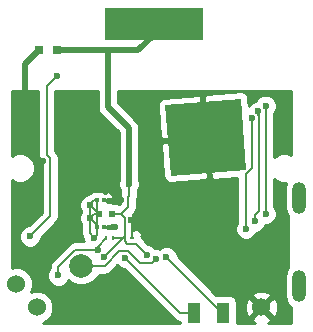
<source format=gbl>
G04 #@! TF.FileFunction,Copper,L2,Bot,Signal*
%FSLAX46Y46*%
G04 Gerber Fmt 4.6, Leading zero omitted, Abs format (unit mm)*
G04 Created by KiCad (PCBNEW 4.0.5+dfsg1-4) date Sat Mar 31 12:22:37 2018*
%MOMM*%
%LPD*%
G01*
G04 APERTURE LIST*
%ADD10C,0.100000*%
%ADD11R,1.000000X1.800000*%
%ADD12R,0.600000X0.500000*%
%ADD13R,0.300000X0.350000*%
%ADD14R,0.280000X0.430000*%
%ADD15R,0.430000X0.280000*%
%ADD16R,0.800000X0.750000*%
%ADD17O,1.200000X2.700000*%
%ADD18R,8.300000X2.750000*%
%ADD19C,1.524000*%
%ADD20C,2.000000*%
%ADD21C,0.600000*%
%ADD22C,0.500000*%
%ADD23C,0.177800*%
%ADD24C,0.254000*%
G04 APERTURE END LIST*
D10*
D11*
X112876000Y-84876000D03*
X115376000Y-84876000D03*
D12*
X104898000Y-76494000D03*
X105998000Y-76494000D03*
D13*
X104728000Y-75351000D03*
X105288000Y-75351000D03*
X104702000Y-77637000D03*
X105262000Y-77637000D03*
D14*
X106004000Y-78526000D03*
X105484000Y-78526000D03*
D15*
X107649000Y-79040000D03*
X107649000Y-78520000D03*
D16*
X101287000Y-62651000D03*
X99787000Y-62651000D03*
D17*
X121800000Y-82600000D03*
X121800000Y-75100000D03*
D10*
G36*
X110945242Y-73241821D02*
X110474487Y-67260317D01*
X116854758Y-66758179D01*
X117325513Y-72739683D01*
X110945242Y-73241821D01*
X110945242Y-73241821D01*
G37*
D18*
X109500000Y-60400000D03*
D19*
X99600000Y-84400000D03*
X97870000Y-82400000D03*
X118600000Y-84400000D03*
D20*
X103350000Y-80900000D03*
D21*
X116793000Y-81320000D03*
X107268000Y-66715000D03*
X102696000Y-66334000D03*
X101426000Y-83098000D03*
X98632000Y-66715000D03*
X111459000Y-67604000D03*
X99775000Y-80050000D03*
X106125000Y-77637000D03*
X106760000Y-75351000D03*
X115142000Y-67477000D03*
X116031000Y-77002000D03*
X98759000Y-76875000D03*
X100156000Y-72049000D03*
X101870519Y-75085707D03*
X115269000Y-74135200D03*
X115269000Y-72430000D03*
X107600000Y-77000000D03*
X108919000Y-80010000D03*
X107395000Y-73954000D03*
X105283300Y-80100800D03*
X110570000Y-80177000D03*
X107072454Y-80214286D03*
X101426000Y-81701000D03*
X104753400Y-79516600D03*
X118970552Y-67335422D03*
X118974981Y-76489728D03*
X118358989Y-67816011D03*
X118063000Y-77129000D03*
X117809000Y-68366000D03*
X117301000Y-77750000D03*
X101299000Y-64810000D03*
X99013000Y-78399000D03*
X104093000Y-76821200D03*
X104093000Y-75732000D03*
X104474000Y-78526000D03*
X109681000Y-80304000D03*
D22*
X98632000Y-66715000D02*
X98632000Y-63781000D01*
D23*
X99762000Y-62651000D02*
X99787000Y-62651000D01*
D22*
X98632000Y-63781000D02*
X99762000Y-62651000D01*
D23*
X101426000Y-83098000D02*
X99775000Y-81447000D01*
X99775000Y-81447000D02*
X99775000Y-80050000D01*
X99812000Y-62651000D02*
X99787000Y-62651000D01*
X98632000Y-66715000D02*
X98632000Y-70525000D01*
X98632000Y-70525000D02*
X100156000Y-72049000D01*
X116031000Y-77002000D02*
X116031000Y-74897200D01*
X116031000Y-74897200D02*
X115269000Y-74135200D01*
X107649000Y-78520000D02*
X107649000Y-77049000D01*
X107649000Y-77049000D02*
X107600000Y-77000000D01*
X101870519Y-77954481D02*
X99775000Y-80050000D01*
X101870519Y-75085707D02*
X101870519Y-77954481D01*
X113237000Y-69337000D02*
X113900000Y-70000000D01*
X105262000Y-77637000D02*
X106125000Y-77637000D01*
X106379000Y-75351000D02*
X106760000Y-75351000D01*
X105288000Y-75351000D02*
X106379000Y-75351000D01*
X115269000Y-74208000D02*
X115269000Y-74135200D01*
X114844736Y-72430000D02*
X115269000Y-72430000D01*
X108919000Y-80010000D02*
X108041800Y-79132800D01*
X108041800Y-79132800D02*
X108041800Y-79040000D01*
X108919000Y-79917200D02*
X108919000Y-79958401D01*
X107649000Y-79040000D02*
X108041800Y-79040000D01*
X107649000Y-79040000D02*
X107256200Y-79040000D01*
X107033299Y-78817099D02*
X107033299Y-78350801D01*
X107256200Y-79040000D02*
X107033299Y-78817099D01*
D22*
X101287000Y-62651000D02*
X105617000Y-62651000D01*
X105617000Y-62651000D02*
X108149000Y-62651000D01*
X105617000Y-67451610D02*
X105617000Y-62651000D01*
X107395000Y-69229610D02*
X105617000Y-67451610D01*
X107395000Y-73954000D02*
X107395000Y-69229610D01*
D23*
X107395000Y-73954000D02*
X107395000Y-75010684D01*
X107395000Y-75010684D02*
X107326701Y-75078983D01*
X107326701Y-75078983D02*
X107326701Y-75926581D01*
X107326701Y-75926581D02*
X106759282Y-76494000D01*
X105736515Y-79647585D02*
X105583299Y-79800801D01*
X105583299Y-79800801D02*
X105283300Y-80100800D01*
X101287000Y-62651000D02*
X101864800Y-62651000D01*
X105998000Y-76494000D02*
X106759282Y-76494000D01*
X106759282Y-76494000D02*
X107013282Y-76748000D01*
X105283300Y-80100800D02*
X106858100Y-78526000D01*
X106858100Y-78526000D02*
X107033299Y-78350801D01*
X106004000Y-78526000D02*
X106858100Y-78526000D01*
D22*
X108149000Y-62651000D02*
X109500000Y-61300000D01*
D23*
X107013282Y-76748000D02*
X107033299Y-76727983D01*
X107033299Y-78350801D02*
X107033299Y-77272017D01*
X107033299Y-77272017D02*
X107033299Y-76727983D01*
X109414000Y-61254000D02*
X109420000Y-61260000D01*
X110570000Y-80177000D02*
X115269000Y-84876000D01*
X115269000Y-84876000D02*
X115376000Y-84876000D01*
X111734168Y-84876000D02*
X107072454Y-80214286D01*
X112876000Y-84876000D02*
X111734168Y-84876000D01*
X101426000Y-80949282D02*
X101426000Y-81701000D01*
X104753400Y-79516600D02*
X102858682Y-79516600D01*
X102858682Y-79516600D02*
X101426000Y-80949282D01*
X104753400Y-79516600D02*
X104753400Y-79256600D01*
X104753400Y-79256600D02*
X105484000Y-78526000D01*
X118974981Y-76489728D02*
X118974981Y-67339851D01*
X118974981Y-67339851D02*
X118970552Y-67335422D01*
X118063000Y-77129000D02*
X118063000Y-76562991D01*
X118063000Y-76562991D02*
X118375701Y-76250290D01*
X118375701Y-76250290D02*
X118375701Y-67832723D01*
X118375701Y-67832723D02*
X118358989Y-67816011D01*
X118358989Y-68077271D02*
X118358989Y-67816011D01*
X118389700Y-68107982D02*
X118358989Y-68077271D01*
X117301000Y-77750000D02*
X117301000Y-73141382D01*
X117301000Y-73141382D02*
X117809000Y-72633382D01*
X117809000Y-68790264D02*
X117809000Y-68366000D01*
X117809000Y-72633382D02*
X117809000Y-68790264D01*
X117823000Y-68380000D02*
X117809000Y-68366000D01*
X100428017Y-71482299D02*
X100428017Y-65680983D01*
X100428017Y-65680983D02*
X101299000Y-64810000D01*
X99013000Y-78399000D02*
X100722701Y-76689299D01*
X100722701Y-76689299D02*
X100722701Y-71776983D01*
X100722701Y-71776983D02*
X100428017Y-71482299D01*
X101303818Y-64941818D02*
X101299000Y-64937000D01*
X101299000Y-64937000D02*
X101299000Y-64810000D01*
X104093000Y-75732000D02*
X104136000Y-75732000D01*
X104136000Y-75732000D02*
X104898000Y-76494000D01*
X104702000Y-77637000D02*
X104702000Y-77430200D01*
X104702000Y-77430200D02*
X104093000Y-76821200D01*
X104898000Y-76494000D02*
X104702000Y-76690000D01*
X104702000Y-76690000D02*
X104702000Y-77637000D01*
X104728000Y-75351000D02*
X104728000Y-76324000D01*
X104728000Y-76324000D02*
X104898000Y-76494000D01*
X104093000Y-76821200D02*
X104093000Y-75732000D01*
X104474000Y-78526000D02*
X104093000Y-78145000D01*
X104093000Y-78145000D02*
X104093000Y-76821200D01*
X104898000Y-76494000D02*
X104420200Y-76494000D01*
X104420200Y-76494000D02*
X104093000Y-76821200D01*
X104093000Y-75658200D02*
X104093000Y-75732000D01*
X104728000Y-75351000D02*
X104400200Y-75351000D01*
X104400200Y-75351000D02*
X104093000Y-75658200D01*
X104702000Y-77637000D02*
X104702000Y-78298000D01*
X104702000Y-78298000D02*
X104474000Y-78526000D01*
X109681000Y-80304000D02*
X109381001Y-80603999D01*
X109381001Y-80603999D02*
X108300885Y-80603999D01*
X105322818Y-80900000D02*
X104764213Y-80900000D01*
X108300885Y-80603999D02*
X107344471Y-79647585D01*
X107344471Y-79647585D02*
X106575233Y-79647585D01*
X106575233Y-79647585D02*
X105322818Y-80900000D01*
X104764213Y-80900000D02*
X103350000Y-80900000D01*
D24*
G36*
X121111000Y-71516472D02*
X120746734Y-71365215D01*
X120255421Y-71364786D01*
X119801343Y-71552408D01*
X119698881Y-71654691D01*
X119698881Y-67929501D01*
X119762744Y-67865749D01*
X119905390Y-67522221D01*
X119905714Y-67150255D01*
X119763669Y-66806479D01*
X119500879Y-66543230D01*
X119157351Y-66400584D01*
X118785385Y-66400260D01*
X118441609Y-66542305D01*
X118178360Y-66805095D01*
X118141329Y-66894275D01*
X117830046Y-67022894D01*
X117566797Y-67285684D01*
X117538585Y-67353627D01*
X117497711Y-66834277D01*
X117477891Y-66582437D01*
X117363204Y-66357352D01*
X117171111Y-66193290D01*
X116930856Y-66115226D01*
X113899670Y-66353786D01*
X113753865Y-66524502D01*
X114016644Y-69863427D01*
X114036582Y-69861858D01*
X114056511Y-70115075D01*
X114036573Y-70116644D01*
X114299352Y-73455570D01*
X114470068Y-73601375D01*
X116577100Y-73435548D01*
X116577100Y-77151500D01*
X116508808Y-77219673D01*
X116366162Y-77563201D01*
X116365838Y-77935167D01*
X116507883Y-78278943D01*
X116770673Y-78542192D01*
X117114201Y-78684838D01*
X117486167Y-78685162D01*
X117829943Y-78543117D01*
X118093192Y-78280327D01*
X118182976Y-78064105D01*
X118248167Y-78064162D01*
X118591943Y-77922117D01*
X118855192Y-77659327D01*
X118952614Y-77424709D01*
X119160148Y-77424890D01*
X119503924Y-77282845D01*
X119767173Y-77020055D01*
X119909819Y-76676527D01*
X119910143Y-76304561D01*
X119768098Y-75960785D01*
X119698881Y-75891447D01*
X119698881Y-73545561D01*
X119799515Y-73646371D01*
X120253266Y-73834785D01*
X120661252Y-73835141D01*
X120659009Y-73838498D01*
X120565000Y-74311112D01*
X120565000Y-75888888D01*
X120659009Y-76361502D01*
X120883600Y-76697627D01*
X120883600Y-81002373D01*
X120659009Y-81338498D01*
X120565000Y-81811112D01*
X120565000Y-83388888D01*
X120659009Y-83861502D01*
X120926723Y-84262165D01*
X121111000Y-84385295D01*
X121111000Y-85690000D01*
X119167935Y-85690000D01*
X119331143Y-85622397D01*
X119400608Y-85380213D01*
X118600000Y-84579605D01*
X117799392Y-85380213D01*
X117868857Y-85622397D01*
X118058346Y-85690000D01*
X116523440Y-85690000D01*
X116523440Y-84192302D01*
X117190856Y-84192302D01*
X117218638Y-84747368D01*
X117377603Y-85131143D01*
X117619787Y-85200608D01*
X118420395Y-84400000D01*
X118779605Y-84400000D01*
X119580213Y-85200608D01*
X119822397Y-85131143D01*
X120009144Y-84607698D01*
X119981362Y-84052632D01*
X119822397Y-83668857D01*
X119580213Y-83599392D01*
X118779605Y-84400000D01*
X118420395Y-84400000D01*
X117619787Y-83599392D01*
X117377603Y-83668857D01*
X117190856Y-84192302D01*
X116523440Y-84192302D01*
X116523440Y-83976000D01*
X116479162Y-83740683D01*
X116340090Y-83524559D01*
X116186752Y-83419787D01*
X117799392Y-83419787D01*
X118600000Y-84220395D01*
X119400608Y-83419787D01*
X119331143Y-83177603D01*
X118807698Y-82990856D01*
X118252632Y-83018638D01*
X117868857Y-83177603D01*
X117799392Y-83419787D01*
X116186752Y-83419787D01*
X116127890Y-83379569D01*
X115876000Y-83328560D01*
X114876000Y-83328560D01*
X114766006Y-83349257D01*
X111505078Y-80088328D01*
X111505162Y-79991833D01*
X111363117Y-79648057D01*
X111100327Y-79384808D01*
X110756799Y-79242162D01*
X110384833Y-79241838D01*
X110041057Y-79383883D01*
X110000574Y-79424295D01*
X109867799Y-79369162D01*
X109600184Y-79368929D01*
X109449327Y-79217808D01*
X109105799Y-79075162D01*
X109007827Y-79075077D01*
X108714289Y-78781539D01*
X108710596Y-78762975D01*
X108553675Y-78528125D01*
X108499000Y-78491593D01*
X108499000Y-78392998D01*
X108397252Y-78392998D01*
X108499000Y-78291250D01*
X108499000Y-78253691D01*
X108402327Y-78020302D01*
X108223699Y-77841673D01*
X107990310Y-77745000D01*
X107915250Y-77745000D01*
X107776002Y-77884248D01*
X107776002Y-77745000D01*
X107757199Y-77745000D01*
X107757199Y-76727983D01*
X107722664Y-76554367D01*
X107838573Y-76438458D01*
X107838576Y-76438456D01*
X107973769Y-76236125D01*
X107995498Y-76203605D01*
X108050602Y-75926581D01*
X108050601Y-75926576D01*
X108050601Y-75307457D01*
X108063796Y-75287709D01*
X108118900Y-75010684D01*
X108118900Y-74552500D01*
X108187192Y-74484327D01*
X108329838Y-74140799D01*
X108330162Y-73768833D01*
X108280000Y-73647431D01*
X108280000Y-70585760D01*
X110099242Y-70585760D01*
X110302289Y-73165723D01*
X110322109Y-73417563D01*
X110436796Y-73642648D01*
X110628889Y-73806710D01*
X110869144Y-73884774D01*
X113900330Y-73646214D01*
X114046135Y-73475498D01*
X113783356Y-70136573D01*
X110245047Y-70415044D01*
X110099242Y-70585760D01*
X108280000Y-70585760D01*
X108280000Y-69229615D01*
X108280001Y-69229610D01*
X108223810Y-68947126D01*
X108212633Y-68890935D01*
X108020790Y-68603820D01*
X108020787Y-68603818D01*
X106601188Y-67184218D01*
X109831535Y-67184218D01*
X109851355Y-67436058D01*
X110054402Y-70016022D01*
X110225118Y-70161827D01*
X113763427Y-69883356D01*
X113500648Y-66544430D01*
X113329932Y-66398625D01*
X110298746Y-66637185D01*
X110073661Y-66751871D01*
X109909598Y-66943964D01*
X109831535Y-67184218D01*
X106601188Y-67184218D01*
X106502000Y-67085030D01*
X106502000Y-66080000D01*
X121111000Y-66080000D01*
X121111000Y-71516472D01*
X121111000Y-71516472D01*
G37*
X121111000Y-71516472D02*
X120746734Y-71365215D01*
X120255421Y-71364786D01*
X119801343Y-71552408D01*
X119698881Y-71654691D01*
X119698881Y-67929501D01*
X119762744Y-67865749D01*
X119905390Y-67522221D01*
X119905714Y-67150255D01*
X119763669Y-66806479D01*
X119500879Y-66543230D01*
X119157351Y-66400584D01*
X118785385Y-66400260D01*
X118441609Y-66542305D01*
X118178360Y-66805095D01*
X118141329Y-66894275D01*
X117830046Y-67022894D01*
X117566797Y-67285684D01*
X117538585Y-67353627D01*
X117497711Y-66834277D01*
X117477891Y-66582437D01*
X117363204Y-66357352D01*
X117171111Y-66193290D01*
X116930856Y-66115226D01*
X113899670Y-66353786D01*
X113753865Y-66524502D01*
X114016644Y-69863427D01*
X114036582Y-69861858D01*
X114056511Y-70115075D01*
X114036573Y-70116644D01*
X114299352Y-73455570D01*
X114470068Y-73601375D01*
X116577100Y-73435548D01*
X116577100Y-77151500D01*
X116508808Y-77219673D01*
X116366162Y-77563201D01*
X116365838Y-77935167D01*
X116507883Y-78278943D01*
X116770673Y-78542192D01*
X117114201Y-78684838D01*
X117486167Y-78685162D01*
X117829943Y-78543117D01*
X118093192Y-78280327D01*
X118182976Y-78064105D01*
X118248167Y-78064162D01*
X118591943Y-77922117D01*
X118855192Y-77659327D01*
X118952614Y-77424709D01*
X119160148Y-77424890D01*
X119503924Y-77282845D01*
X119767173Y-77020055D01*
X119909819Y-76676527D01*
X119910143Y-76304561D01*
X119768098Y-75960785D01*
X119698881Y-75891447D01*
X119698881Y-73545561D01*
X119799515Y-73646371D01*
X120253266Y-73834785D01*
X120661252Y-73835141D01*
X120659009Y-73838498D01*
X120565000Y-74311112D01*
X120565000Y-75888888D01*
X120659009Y-76361502D01*
X120883600Y-76697627D01*
X120883600Y-81002373D01*
X120659009Y-81338498D01*
X120565000Y-81811112D01*
X120565000Y-83388888D01*
X120659009Y-83861502D01*
X120926723Y-84262165D01*
X121111000Y-84385295D01*
X121111000Y-85690000D01*
X119167935Y-85690000D01*
X119331143Y-85622397D01*
X119400608Y-85380213D01*
X118600000Y-84579605D01*
X117799392Y-85380213D01*
X117868857Y-85622397D01*
X118058346Y-85690000D01*
X116523440Y-85690000D01*
X116523440Y-84192302D01*
X117190856Y-84192302D01*
X117218638Y-84747368D01*
X117377603Y-85131143D01*
X117619787Y-85200608D01*
X118420395Y-84400000D01*
X118779605Y-84400000D01*
X119580213Y-85200608D01*
X119822397Y-85131143D01*
X120009144Y-84607698D01*
X119981362Y-84052632D01*
X119822397Y-83668857D01*
X119580213Y-83599392D01*
X118779605Y-84400000D01*
X118420395Y-84400000D01*
X117619787Y-83599392D01*
X117377603Y-83668857D01*
X117190856Y-84192302D01*
X116523440Y-84192302D01*
X116523440Y-83976000D01*
X116479162Y-83740683D01*
X116340090Y-83524559D01*
X116186752Y-83419787D01*
X117799392Y-83419787D01*
X118600000Y-84220395D01*
X119400608Y-83419787D01*
X119331143Y-83177603D01*
X118807698Y-82990856D01*
X118252632Y-83018638D01*
X117868857Y-83177603D01*
X117799392Y-83419787D01*
X116186752Y-83419787D01*
X116127890Y-83379569D01*
X115876000Y-83328560D01*
X114876000Y-83328560D01*
X114766006Y-83349257D01*
X111505078Y-80088328D01*
X111505162Y-79991833D01*
X111363117Y-79648057D01*
X111100327Y-79384808D01*
X110756799Y-79242162D01*
X110384833Y-79241838D01*
X110041057Y-79383883D01*
X110000574Y-79424295D01*
X109867799Y-79369162D01*
X109600184Y-79368929D01*
X109449327Y-79217808D01*
X109105799Y-79075162D01*
X109007827Y-79075077D01*
X108714289Y-78781539D01*
X108710596Y-78762975D01*
X108553675Y-78528125D01*
X108499000Y-78491593D01*
X108499000Y-78392998D01*
X108397252Y-78392998D01*
X108499000Y-78291250D01*
X108499000Y-78253691D01*
X108402327Y-78020302D01*
X108223699Y-77841673D01*
X107990310Y-77745000D01*
X107915250Y-77745000D01*
X107776002Y-77884248D01*
X107776002Y-77745000D01*
X107757199Y-77745000D01*
X107757199Y-76727983D01*
X107722664Y-76554367D01*
X107838573Y-76438458D01*
X107838576Y-76438456D01*
X107973769Y-76236125D01*
X107995498Y-76203605D01*
X108050602Y-75926581D01*
X108050601Y-75926576D01*
X108050601Y-75307457D01*
X108063796Y-75287709D01*
X108118900Y-75010684D01*
X108118900Y-74552500D01*
X108187192Y-74484327D01*
X108329838Y-74140799D01*
X108330162Y-73768833D01*
X108280000Y-73647431D01*
X108280000Y-70585760D01*
X110099242Y-70585760D01*
X110302289Y-73165723D01*
X110322109Y-73417563D01*
X110436796Y-73642648D01*
X110628889Y-73806710D01*
X110869144Y-73884774D01*
X113900330Y-73646214D01*
X114046135Y-73475498D01*
X113783356Y-70136573D01*
X110245047Y-70415044D01*
X110099242Y-70585760D01*
X108280000Y-70585760D01*
X108280000Y-69229615D01*
X108280001Y-69229610D01*
X108223810Y-68947126D01*
X108212633Y-68890935D01*
X108020790Y-68603820D01*
X108020787Y-68603818D01*
X106601188Y-67184218D01*
X109831535Y-67184218D01*
X109851355Y-67436058D01*
X110054402Y-70016022D01*
X110225118Y-70161827D01*
X113763427Y-69883356D01*
X113500648Y-66544430D01*
X113329932Y-66398625D01*
X110298746Y-66637185D01*
X110073661Y-66751871D01*
X109909598Y-66943964D01*
X109831535Y-67184218D01*
X106601188Y-67184218D01*
X106502000Y-67085030D01*
X106502000Y-66080000D01*
X121111000Y-66080000D01*
X121111000Y-71516472D01*
G36*
X99704117Y-71482294D02*
X99704116Y-71482299D01*
X99718305Y-71553629D01*
X99759221Y-71759324D01*
X99831390Y-71867333D01*
X99916142Y-71994174D01*
X99998801Y-72076833D01*
X99998801Y-76389450D01*
X98924328Y-77463922D01*
X98827833Y-77463838D01*
X98484057Y-77605883D01*
X98220808Y-77868673D01*
X98078162Y-78212201D01*
X98077838Y-78584167D01*
X98219883Y-78927943D01*
X98482673Y-79191192D01*
X98826201Y-79333838D01*
X99198167Y-79334162D01*
X99541943Y-79192117D01*
X99805192Y-78929327D01*
X99947838Y-78585799D01*
X99947923Y-78487826D01*
X101234573Y-77201176D01*
X101234576Y-77201174D01*
X101391497Y-76966324D01*
X101446601Y-76689299D01*
X101446601Y-71776983D01*
X101391497Y-71499958D01*
X101234576Y-71265108D01*
X101151917Y-71182449D01*
X101151917Y-66080000D01*
X104732000Y-66080000D01*
X104732000Y-67451605D01*
X104731999Y-67451610D01*
X104769891Y-67642100D01*
X104799367Y-67790285D01*
X104941371Y-68002810D01*
X104991210Y-68077400D01*
X106510000Y-69596189D01*
X106510000Y-73647178D01*
X106460162Y-73767201D01*
X106459838Y-74139167D01*
X106601883Y-74482943D01*
X106671100Y-74552281D01*
X106671100Y-74782210D01*
X106657905Y-74801958D01*
X106657905Y-74801959D01*
X106602800Y-75078983D01*
X106602801Y-75078988D01*
X106602801Y-75626732D01*
X106568944Y-75660588D01*
X106549890Y-75647569D01*
X106298000Y-75596560D01*
X106072310Y-75596560D01*
X105914250Y-75438500D01*
X105525440Y-75438500D01*
X105525440Y-75263500D01*
X105914250Y-75263500D01*
X106073000Y-75104750D01*
X106073000Y-75049690D01*
X105976327Y-74816301D01*
X105797698Y-74637673D01*
X105564309Y-74541000D01*
X105521750Y-74541000D01*
X105363000Y-74699750D01*
X105363000Y-74757054D01*
X105342090Y-74724559D01*
X105129890Y-74579569D01*
X105083406Y-74570156D01*
X105054250Y-74541000D01*
X105011691Y-74541000D01*
X104987964Y-74550828D01*
X104878000Y-74528560D01*
X104578000Y-74528560D01*
X104342683Y-74572838D01*
X104194893Y-74667938D01*
X104123175Y-74682204D01*
X103951555Y-74796876D01*
X103907833Y-74796838D01*
X103564057Y-74938883D01*
X103300808Y-75201673D01*
X103158162Y-75545201D01*
X103157838Y-75917167D01*
X103299883Y-76260943D01*
X103315310Y-76276397D01*
X103300808Y-76290873D01*
X103158162Y-76634401D01*
X103157838Y-77006367D01*
X103299883Y-77350143D01*
X103369100Y-77419481D01*
X103369100Y-78144995D01*
X103369099Y-78145000D01*
X103412045Y-78360900D01*
X103424204Y-78422025D01*
X103536441Y-78590000D01*
X103538940Y-78593741D01*
X103538838Y-78711167D01*
X103572527Y-78792700D01*
X102858682Y-78792700D01*
X102581657Y-78847804D01*
X102346807Y-79004725D01*
X102346805Y-79004728D01*
X100914125Y-80437407D01*
X100757204Y-80672257D01*
X100750503Y-80705943D01*
X100702099Y-80949282D01*
X100702100Y-80949287D01*
X100702100Y-81102500D01*
X100633808Y-81170673D01*
X100491162Y-81514201D01*
X100490838Y-81886167D01*
X100632883Y-82229943D01*
X100895673Y-82493192D01*
X101239201Y-82635838D01*
X101611167Y-82636162D01*
X101954943Y-82494117D01*
X102218192Y-82231327D01*
X102262430Y-82124791D01*
X102422637Y-82285278D01*
X103023352Y-82534716D01*
X103673795Y-82535284D01*
X104274943Y-82286894D01*
X104735278Y-81827363D01*
X104819763Y-81623900D01*
X105322813Y-81623900D01*
X105322818Y-81623901D01*
X105553881Y-81577939D01*
X105599843Y-81568796D01*
X105834693Y-81411875D01*
X106391240Y-80855328D01*
X106542127Y-81006478D01*
X106885655Y-81149124D01*
X106983627Y-81149209D01*
X111222291Y-85387872D01*
X111222293Y-85387875D01*
X111457143Y-85544796D01*
X111728560Y-85598784D01*
X111728560Y-85690000D01*
X100136207Y-85690000D01*
X100390303Y-85585010D01*
X100783629Y-85192370D01*
X100996757Y-84679100D01*
X100997242Y-84123339D01*
X100785010Y-83609697D01*
X100392370Y-83216371D01*
X99879100Y-83003243D01*
X99323339Y-83002758D01*
X99092811Y-83098010D01*
X99266757Y-82679100D01*
X99267242Y-82123339D01*
X99055010Y-81609697D01*
X98662370Y-81216371D01*
X98149100Y-81003243D01*
X97593339Y-81002758D01*
X97489000Y-81045870D01*
X97489000Y-73635838D01*
X97499515Y-73646371D01*
X97953266Y-73834785D01*
X98444579Y-73835214D01*
X98898657Y-73647592D01*
X99246371Y-73300485D01*
X99434785Y-72846734D01*
X99435214Y-72355421D01*
X99247592Y-71901343D01*
X98900485Y-71553629D01*
X98446734Y-71365215D01*
X97955421Y-71364786D01*
X97501343Y-71552408D01*
X97489000Y-71564729D01*
X97489000Y-66080000D01*
X99704117Y-66080000D01*
X99704117Y-71482294D01*
X99704117Y-71482294D01*
G37*
X99704117Y-71482294D02*
X99704116Y-71482299D01*
X99718305Y-71553629D01*
X99759221Y-71759324D01*
X99831390Y-71867333D01*
X99916142Y-71994174D01*
X99998801Y-72076833D01*
X99998801Y-76389450D01*
X98924328Y-77463922D01*
X98827833Y-77463838D01*
X98484057Y-77605883D01*
X98220808Y-77868673D01*
X98078162Y-78212201D01*
X98077838Y-78584167D01*
X98219883Y-78927943D01*
X98482673Y-79191192D01*
X98826201Y-79333838D01*
X99198167Y-79334162D01*
X99541943Y-79192117D01*
X99805192Y-78929327D01*
X99947838Y-78585799D01*
X99947923Y-78487826D01*
X101234573Y-77201176D01*
X101234576Y-77201174D01*
X101391497Y-76966324D01*
X101446601Y-76689299D01*
X101446601Y-71776983D01*
X101391497Y-71499958D01*
X101234576Y-71265108D01*
X101151917Y-71182449D01*
X101151917Y-66080000D01*
X104732000Y-66080000D01*
X104732000Y-67451605D01*
X104731999Y-67451610D01*
X104769891Y-67642100D01*
X104799367Y-67790285D01*
X104941371Y-68002810D01*
X104991210Y-68077400D01*
X106510000Y-69596189D01*
X106510000Y-73647178D01*
X106460162Y-73767201D01*
X106459838Y-74139167D01*
X106601883Y-74482943D01*
X106671100Y-74552281D01*
X106671100Y-74782210D01*
X106657905Y-74801958D01*
X106657905Y-74801959D01*
X106602800Y-75078983D01*
X106602801Y-75078988D01*
X106602801Y-75626732D01*
X106568944Y-75660588D01*
X106549890Y-75647569D01*
X106298000Y-75596560D01*
X106072310Y-75596560D01*
X105914250Y-75438500D01*
X105525440Y-75438500D01*
X105525440Y-75263500D01*
X105914250Y-75263500D01*
X106073000Y-75104750D01*
X106073000Y-75049690D01*
X105976327Y-74816301D01*
X105797698Y-74637673D01*
X105564309Y-74541000D01*
X105521750Y-74541000D01*
X105363000Y-74699750D01*
X105363000Y-74757054D01*
X105342090Y-74724559D01*
X105129890Y-74579569D01*
X105083406Y-74570156D01*
X105054250Y-74541000D01*
X105011691Y-74541000D01*
X104987964Y-74550828D01*
X104878000Y-74528560D01*
X104578000Y-74528560D01*
X104342683Y-74572838D01*
X104194893Y-74667938D01*
X104123175Y-74682204D01*
X103951555Y-74796876D01*
X103907833Y-74796838D01*
X103564057Y-74938883D01*
X103300808Y-75201673D01*
X103158162Y-75545201D01*
X103157838Y-75917167D01*
X103299883Y-76260943D01*
X103315310Y-76276397D01*
X103300808Y-76290873D01*
X103158162Y-76634401D01*
X103157838Y-77006367D01*
X103299883Y-77350143D01*
X103369100Y-77419481D01*
X103369100Y-78144995D01*
X103369099Y-78145000D01*
X103412045Y-78360900D01*
X103424204Y-78422025D01*
X103536441Y-78590000D01*
X103538940Y-78593741D01*
X103538838Y-78711167D01*
X103572527Y-78792700D01*
X102858682Y-78792700D01*
X102581657Y-78847804D01*
X102346807Y-79004725D01*
X102346805Y-79004728D01*
X100914125Y-80437407D01*
X100757204Y-80672257D01*
X100750503Y-80705943D01*
X100702099Y-80949282D01*
X100702100Y-80949287D01*
X100702100Y-81102500D01*
X100633808Y-81170673D01*
X100491162Y-81514201D01*
X100490838Y-81886167D01*
X100632883Y-82229943D01*
X100895673Y-82493192D01*
X101239201Y-82635838D01*
X101611167Y-82636162D01*
X101954943Y-82494117D01*
X102218192Y-82231327D01*
X102262430Y-82124791D01*
X102422637Y-82285278D01*
X103023352Y-82534716D01*
X103673795Y-82535284D01*
X104274943Y-82286894D01*
X104735278Y-81827363D01*
X104819763Y-81623900D01*
X105322813Y-81623900D01*
X105322818Y-81623901D01*
X105553881Y-81577939D01*
X105599843Y-81568796D01*
X105834693Y-81411875D01*
X106391240Y-80855328D01*
X106542127Y-81006478D01*
X106885655Y-81149124D01*
X106983627Y-81149209D01*
X111222291Y-85387872D01*
X111222293Y-85387875D01*
X111457143Y-85544796D01*
X111728560Y-85598784D01*
X111728560Y-85690000D01*
X100136207Y-85690000D01*
X100390303Y-85585010D01*
X100783629Y-85192370D01*
X100996757Y-84679100D01*
X100997242Y-84123339D01*
X100785010Y-83609697D01*
X100392370Y-83216371D01*
X99879100Y-83003243D01*
X99323339Y-83002758D01*
X99092811Y-83098010D01*
X99266757Y-82679100D01*
X99267242Y-82123339D01*
X99055010Y-81609697D01*
X98662370Y-81216371D01*
X98149100Y-81003243D01*
X97593339Y-81002758D01*
X97489000Y-81045870D01*
X97489000Y-73635838D01*
X97499515Y-73646371D01*
X97953266Y-73834785D01*
X98444579Y-73835214D01*
X98898657Y-73647592D01*
X99246371Y-73300485D01*
X99434785Y-72846734D01*
X99435214Y-72355421D01*
X99247592Y-71901343D01*
X98900485Y-71553629D01*
X98446734Y-71365215D01*
X97955421Y-71364786D01*
X97501343Y-71552408D01*
X97489000Y-71564729D01*
X97489000Y-66080000D01*
X99704117Y-66080000D01*
X99704117Y-71482294D01*
G36*
X106309399Y-77697054D02*
X106144000Y-77663560D01*
X105864000Y-77663560D01*
X105739595Y-77686969D01*
X105624000Y-77663560D01*
X105499440Y-77663560D01*
X105499440Y-77549500D01*
X105888250Y-77549500D01*
X106046310Y-77391440D01*
X106298000Y-77391440D01*
X106309399Y-77389295D01*
X106309399Y-77697054D01*
X106309399Y-77697054D01*
G37*
X106309399Y-77697054D02*
X106144000Y-77663560D01*
X105864000Y-77663560D01*
X105739595Y-77686969D01*
X105624000Y-77663560D01*
X105499440Y-77663560D01*
X105499440Y-77549500D01*
X105888250Y-77549500D01*
X106046310Y-77391440D01*
X106298000Y-77391440D01*
X106309399Y-77389295D01*
X106309399Y-77697054D01*
M02*

</source>
